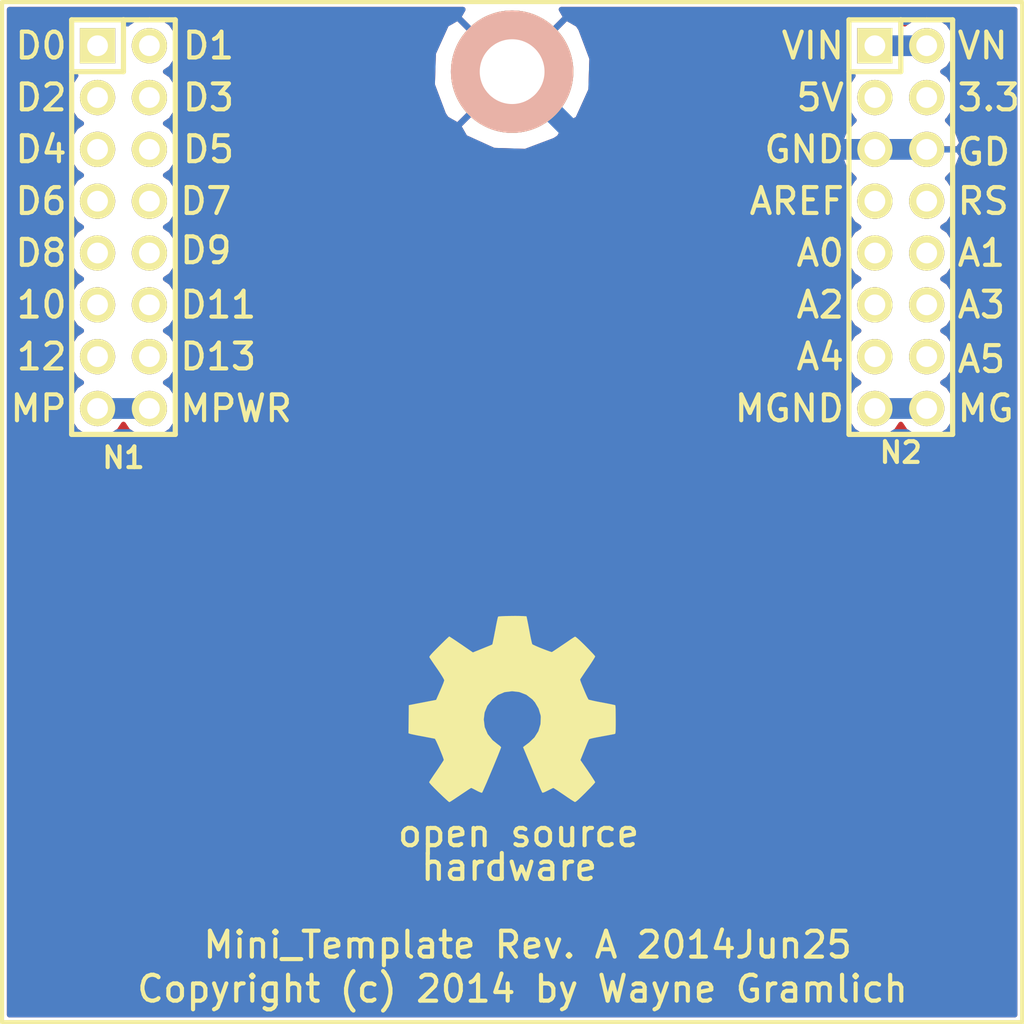
<source format=kicad_pcb>
(kicad_pcb (version 3) (host pcbnew "(2014-jan-25)-product")

  (general
    (links 5)
    (no_connects 0)
    (area 71.847163 103.168398 126.701602 153.371602)
    (thickness 1.6)
    (drawings 40)
    (tracks 6)
    (zones 0)
    (modules 4)
    (nets 29)
  )

  (page A4)
  (layers
    (15 F.Cu signal)
    (0 B.Cu signal)
    (16 B.Adhes user)
    (17 F.Adhes user)
    (18 B.Paste user)
    (19 F.Paste user)
    (20 B.SilkS user)
    (21 F.SilkS user)
    (22 B.Mask user)
    (23 F.Mask user)
    (24 Dwgs.User user)
    (25 Cmts.User user)
    (26 Eco1.User user)
    (27 Eco2.User user)
    (28 Edge.Cuts user)
  )

  (setup
    (last_trace_width 0.254)
    (trace_clearance 0.254)
    (zone_clearance 0.508)
    (zone_45_only no)
    (trace_min 0.254)
    (segment_width 0.2032)
    (edge_width 0.1)
    (via_size 0.889)
    (via_drill 0.635)
    (via_min_size 0.889)
    (via_min_drill 0.508)
    (uvia_size 0.508)
    (uvia_drill 0.127)
    (uvias_allowed no)
    (uvia_min_size 0.508)
    (uvia_min_drill 0.127)
    (pcb_text_width 0.3)
    (pcb_text_size 1.5 1.5)
    (mod_edge_width 0.15)
    (mod_text_size 1 1)
    (mod_text_width 0.15)
    (pad_size 1.5 1.5)
    (pad_drill 0.6)
    (pad_to_mask_clearance 0)
    (aux_axis_origin 0 0)
    (visible_elements 7FFEFFFF)
    (pcbplotparams
      (layerselection 3178497)
      (usegerberextensions true)
      (excludeedgelayer true)
      (linewidth 0.100000)
      (plotframeref false)
      (viasonmask false)
      (mode 1)
      (useauxorigin false)
      (hpglpennumber 1)
      (hpglpenspeed 20)
      (hpglpendiameter 15)
      (hpglpenoverlay 2)
      (psnegative false)
      (psa4output false)
      (plotreference true)
      (plotvalue true)
      (plotinvisibletext false)
      (padsonsilk false)
      (subtractmaskfromsilk false)
      (outputformat 1)
      (mirror false)
      (drillshape 1)
      (scaleselection 1)
      (outputdirectory ""))
  )

  (net 0 "")
  (net 1 /GND)
  (net 2 /MPWR)
  (net 3 /VIN)
  (net 4 /MGND)
  (net 5 /D0)
  (net 6 /D1)
  (net 7 /D2)
  (net 8 /D3)
  (net 9 /D4)
  (net 10 /D5)
  (net 11 /D6)
  (net 12 /D7)
  (net 13 /D8)
  (net 14 /D9)
  (net 15 /D10)
  (net 16 /D11)
  (net 17 /D12)
  (net 18 /D13)
  (net 19 /5V)
  (net 20 /3V3)
  (net 21 /AREF)
  (net 22 /~RESET)
  (net 23 /A0)
  (net 24 /A1)
  (net 25 /A2)
  (net 26 /A3)
  (net 27 /A4)
  (net 28 /A5)

  (net_class Default "This is the default net class."
    (clearance 0.254)
    (trace_width 0.254)
    (via_dia 0.889)
    (via_drill 0.635)
    (uvia_dia 0.508)
    (uvia_drill 0.127)
    (add_net /3V3)
    (add_net /5V)
    (add_net /A0)
    (add_net /A1)
    (add_net /A2)
    (add_net /A3)
    (add_net /A4)
    (add_net /A5)
    (add_net /AREF)
    (add_net /D0)
    (add_net /D1)
    (add_net /D10)
    (add_net /D11)
    (add_net /D12)
    (add_net /D13)
    (add_net /D2)
    (add_net /D3)
    (add_net /D4)
    (add_net /D5)
    (add_net /D6)
    (add_net /D7)
    (add_net /D8)
    (add_net /D9)
    (add_net /~RESET)
  )

  (net_class Power ""
    (clearance 0.254)
    (trace_width 1.016)
    (via_dia 0.889)
    (via_drill 0.635)
    (uvia_dia 0.508)
    (uvia_drill 0.127)
    (add_net /GND)
    (add_net /MGND)
    (add_net /MPWR)
    (add_net /VIN)
  )

  (module Mini_Template_Rev_A:Pin_Header_Straight_2x08 (layer F.Cu) (tedit 53AA3C7C) (tstamp 53A9D392)
    (at 82.55 114.3 270)
    (descr "1 pin")
    (tags "CONN DEV")
    (path /53A9D11F)
    (fp_text reference N1 (at 11.303 0 360) (layer F.SilkS)
      (effects (font (size 1.016 1.016) (thickness 0.2032)))
    )
    (fp_text value MS_DATA_HEADER (at -0.04 3.84 270) (layer F.SilkS) hide
      (effects (font (size 1.016 1.016) (thickness 0.2032)))
    )
    (fp_line (start 10.16 -2.54) (end -10.16 -2.54) (layer F.SilkS) (width 0.254))
    (fp_line (start -7.62 2.54) (end 10.16 2.54) (layer F.SilkS) (width 0.254))
    (fp_line (start 10.16 -2.54) (end 10.16 2.54) (layer F.SilkS) (width 0.254))
    (fp_line (start -10.16 -2.54) (end -10.16 0) (layer F.SilkS) (width 0.254))
    (fp_line (start -10.16 2.54) (end -7.62 2.54) (layer F.SilkS) (width 0.254))
    (fp_line (start -10.16 0) (end -7.62 0) (layer F.SilkS) (width 0.254))
    (fp_line (start -7.62 0) (end -7.62 2.54) (layer F.SilkS) (width 0.254))
    (fp_line (start -10.16 2.54) (end -10.16 0) (layer F.SilkS) (width 0.254))
    (pad 1 thru_hole rect (at -8.89 1.27 270) (size 1.7272 1.7272) (drill 1.016) (layers *.Cu *.Mask F.SilkS)
      (net 5 /D0))
    (pad 2 thru_hole oval (at -8.89 -1.27 270) (size 1.7272 1.7272) (drill 1.016) (layers *.Cu *.Mask F.SilkS)
      (net 6 /D1))
    (pad 3 thru_hole oval (at -6.35 1.27 270) (size 1.7272 1.7272) (drill 1.016) (layers *.Cu *.Mask F.SilkS)
      (net 7 /D2))
    (pad 4 thru_hole oval (at -6.35 -1.27 270) (size 1.7272 1.7272) (drill 1.016) (layers *.Cu *.Mask F.SilkS)
      (net 8 /D3))
    (pad 5 thru_hole oval (at -3.81 1.27 270) (size 1.7272 1.7272) (drill 1.016) (layers *.Cu *.Mask F.SilkS)
      (net 9 /D4))
    (pad 6 thru_hole oval (at -3.81 -1.27 270) (size 1.7272 1.7272) (drill 1.016) (layers *.Cu *.Mask F.SilkS)
      (net 10 /D5))
    (pad 7 thru_hole oval (at -1.27 1.27 270) (size 1.7272 1.7272) (drill 1.016) (layers *.Cu *.Mask F.SilkS)
      (net 11 /D6))
    (pad 8 thru_hole oval (at -1.27 -1.27 270) (size 1.7272 1.7272) (drill 1.016) (layers *.Cu *.Mask F.SilkS)
      (net 12 /D7))
    (pad 9 thru_hole oval (at 1.27 1.27 270) (size 1.7272 1.7272) (drill 1.016) (layers *.Cu *.Mask F.SilkS)
      (net 13 /D8))
    (pad 10 thru_hole oval (at 1.27 -1.27 270) (size 1.7272 1.7272) (drill 1.016) (layers *.Cu *.Mask F.SilkS)
      (net 14 /D9))
    (pad 11 thru_hole oval (at 3.81 1.27 270) (size 1.7272 1.7272) (drill 1.016) (layers *.Cu *.Mask F.SilkS)
      (net 15 /D10))
    (pad 12 thru_hole oval (at 3.81 -1.27 270) (size 1.7272 1.7272) (drill 1.016) (layers *.Cu *.Mask F.SilkS)
      (net 16 /D11))
    (pad 13 thru_hole oval (at 6.35 1.27 270) (size 1.7272 1.7272) (drill 1.016) (layers *.Cu *.Mask F.SilkS)
      (net 17 /D12))
    (pad 14 thru_hole oval (at 6.35 -1.27 270) (size 1.7272 1.7272) (drill 1.016) (layers *.Cu *.Mask F.SilkS)
      (net 18 /D13))
    (pad 15 thru_hole oval (at 8.89 1.27 270) (size 1.7272 1.7272) (drill 1.016) (layers *.Cu *.Mask F.SilkS)
      (net 2 /MPWR))
    (pad 16 thru_hole oval (at 8.89 -1.27 270) (size 1.7272 1.7272) (drill 1.016) (layers *.Cu *.Mask F.SilkS)
      (net 2 /MPWR))
    (model Pin_Headers/Pin_Header_Straight_2x08.wrl
      (at (xyz 0 0 0))
      (scale (xyz 1 1 1))
      (rotate (xyz 0 0 0))
    )
  )

  (module Mini_Template_Rev_A:Pin_Header_Straight_2x08 (layer F.Cu) (tedit 53AA3C72) (tstamp 53A9D3AE)
    (at 120.65 114.3 270)
    (descr "1 pin")
    (tags "CONN DEV")
    (path /53A9D139)
    (fp_text reference N2 (at 11.049 0 360) (layer F.SilkS)
      (effects (font (size 1.016 1.016) (thickness 0.2032)))
    )
    (fp_text value MS_PWR_HEADER (at -0.04 3.84 270) (layer F.SilkS) hide
      (effects (font (size 1.016 1.016) (thickness 0.2032)))
    )
    (fp_line (start 10.16 -2.54) (end -10.16 -2.54) (layer F.SilkS) (width 0.254))
    (fp_line (start -7.62 2.54) (end 10.16 2.54) (layer F.SilkS) (width 0.254))
    (fp_line (start 10.16 -2.54) (end 10.16 2.54) (layer F.SilkS) (width 0.254))
    (fp_line (start -10.16 -2.54) (end -10.16 0) (layer F.SilkS) (width 0.254))
    (fp_line (start -10.16 2.54) (end -7.62 2.54) (layer F.SilkS) (width 0.254))
    (fp_line (start -10.16 0) (end -7.62 0) (layer F.SilkS) (width 0.254))
    (fp_line (start -7.62 0) (end -7.62 2.54) (layer F.SilkS) (width 0.254))
    (fp_line (start -10.16 2.54) (end -10.16 0) (layer F.SilkS) (width 0.254))
    (pad 1 thru_hole rect (at -8.89 1.27 270) (size 1.7272 1.7272) (drill 1.016) (layers *.Cu *.Mask F.SilkS)
      (net 3 /VIN))
    (pad 2 thru_hole oval (at -8.89 -1.27 270) (size 1.7272 1.7272) (drill 1.016) (layers *.Cu *.Mask F.SilkS)
      (net 3 /VIN))
    (pad 3 thru_hole oval (at -6.35 1.27 270) (size 1.7272 1.7272) (drill 1.016) (layers *.Cu *.Mask F.SilkS)
      (net 19 /5V))
    (pad 4 thru_hole oval (at -6.35 -1.27 270) (size 1.7272 1.7272) (drill 1.016) (layers *.Cu *.Mask F.SilkS)
      (net 20 /3V3))
    (pad 5 thru_hole oval (at -3.81 1.27 270) (size 1.7272 1.7272) (drill 1.016) (layers *.Cu *.Mask F.SilkS)
      (net 1 /GND))
    (pad 6 thru_hole oval (at -3.81 -1.27 270) (size 1.7272 1.7272) (drill 1.016) (layers *.Cu *.Mask F.SilkS)
      (net 1 /GND))
    (pad 7 thru_hole oval (at -1.27 1.27 270) (size 1.7272 1.7272) (drill 1.016) (layers *.Cu *.Mask F.SilkS)
      (net 21 /AREF))
    (pad 8 thru_hole oval (at -1.27 -1.27 270) (size 1.7272 1.7272) (drill 1.016) (layers *.Cu *.Mask F.SilkS)
      (net 22 /~RESET))
    (pad 9 thru_hole oval (at 1.27 1.27 270) (size 1.7272 1.7272) (drill 1.016) (layers *.Cu *.Mask F.SilkS)
      (net 23 /A0))
    (pad 10 thru_hole oval (at 1.27 -1.27 270) (size 1.7272 1.7272) (drill 1.016) (layers *.Cu *.Mask F.SilkS)
      (net 24 /A1))
    (pad 11 thru_hole oval (at 3.81 1.27 270) (size 1.7272 1.7272) (drill 1.016) (layers *.Cu *.Mask F.SilkS)
      (net 25 /A2))
    (pad 12 thru_hole oval (at 3.81 -1.27 270) (size 1.7272 1.7272) (drill 1.016) (layers *.Cu *.Mask F.SilkS)
      (net 26 /A3))
    (pad 13 thru_hole oval (at 6.35 1.27 270) (size 1.7272 1.7272) (drill 1.016) (layers *.Cu *.Mask F.SilkS)
      (net 27 /A4))
    (pad 14 thru_hole oval (at 6.35 -1.27 270) (size 1.7272 1.7272) (drill 1.016) (layers *.Cu *.Mask F.SilkS)
      (net 28 /A5))
    (pad 15 thru_hole oval (at 8.89 1.27 270) (size 1.7272 1.7272) (drill 1.016) (layers *.Cu *.Mask F.SilkS)
      (net 4 /MGND))
    (pad 16 thru_hole oval (at 8.89 -1.27 270) (size 1.7272 1.7272) (drill 1.016) (layers *.Cu *.Mask F.SilkS)
      (net 4 /MGND))
    (model Pin_Headers/Pin_Header_Straight_2x08.wrl
      (at (xyz 0 0 0))
      (scale (xyz 1 1 1))
      (rotate (xyz 0 0 0))
    )
  )

  (module Mini_Template_Rev_A:MountingHole_3mm (layer F.Cu) (tedit 53A7A920) (tstamp 53AA3479)
    (at 101.6 106.68)
    (descr "Mounting hole, Befestigungsbohrung, 3mm, No Annular, Kein Restring,")
    (tags "Mounting hole, Befestigungsbohrung, 3mm, No Annular, Kein Restring,")
    (path /53AA33AA)
    (fp_text reference H1 (at 0 0) (layer F.SilkS)
      (effects (font (size 1.016 1.016) (thickness 0.2032)))
    )
    (fp_text value 3MM_HOLE (at 0 4.29) (layer F.SilkS) hide
      (effects (font (size 1.016 1.016) (thickness 0.2032)))
    )
    (fp_circle (center 0 0) (end 3 0) (layer Cmts.User) (width 0.381))
    (pad 1 thru_hole circle (at 0 0) (size 6 6) (drill 3.175) (layers *.Cu *.SilkS)
      (net 1 /GND))
  )

  (module Mini_Template_Rev_A:OSHW_LOGO_400mil (layer F.Cu) (tedit 53AAFEFC) (tstamp 53AAFE3C)
    (at 101.6 137.922)
    (path /53AA4798)
    (fp_text reference G1 (at 2.667 1.143) (layer F.SilkS) hide
      (effects (font (size 0.46228 0.46228) (thickness 0.09144)))
    )
    (fp_text value OSHW_LOGO (at 0 -5.38734) (layer F.SilkS) hide
      (effects (font (size 0.46228 0.46228) (thickness 0.09144)))
    )
    (fp_poly (pts (xy -3.07848 4.56184) (xy -3.02514 4.53644) (xy -2.90576 4.46024) (xy -2.73812 4.34848)
      (xy -2.53746 4.21386) (xy -2.3368 4.07924) (xy -2.16916 3.96748) (xy -2.05486 3.89382)
      (xy -2.0066 3.86588) (xy -1.9812 3.87604) (xy -1.88468 3.92176) (xy -1.74498 3.99542)
      (xy -1.66624 4.03606) (xy -1.5367 4.09194) (xy -1.47574 4.1021) (xy -1.46304 4.08432)
      (xy -1.41732 3.9878) (xy -1.34366 3.82016) (xy -1.24714 3.60172) (xy -1.13792 3.34264)
      (xy -1.02108 3.06578) (xy -0.9017 2.7813) (xy -0.78994 2.50952) (xy -0.69088 2.26822)
      (xy -0.61214 2.0701) (xy -0.5588 1.93294) (xy -0.53848 1.87198) (xy -0.5461 1.86182)
      (xy -0.6096 1.79832) (xy -0.72136 1.7145) (xy -0.96012 1.52146) (xy -1.19888 1.22428)
      (xy -1.34366 0.88646) (xy -1.38938 0.51308) (xy -1.34874 0.16764) (xy -1.21412 -0.1651)
      (xy -0.98044 -0.46482) (xy -0.6985 -0.68834) (xy -0.37084 -0.82804) (xy 0 -0.87376)
      (xy 0.35306 -0.83312) (xy 0.69342 -0.70104) (xy 0.99314 -0.47244) (xy 1.12014 -0.32512)
      (xy 1.2954 -0.02286) (xy 1.39446 0.30226) (xy 1.40462 0.38608) (xy 1.38938 0.74168)
      (xy 1.28524 1.08458) (xy 1.09474 1.38938) (xy 0.83312 1.64084) (xy 0.80264 1.6637)
      (xy 0.68072 1.75514) (xy 0.59944 1.8161) (xy 0.53594 1.86944) (xy 0.9906 2.96164)
      (xy 1.06172 3.1369) (xy 1.18618 3.43408) (xy 1.29794 3.69316) (xy 1.3843 3.8989)
      (xy 1.44526 4.03352) (xy 1.47066 4.0894) (xy 1.47574 4.09194) (xy 1.51384 4.09956)
      (xy 1.59766 4.06908) (xy 1.75006 3.99542) (xy 1.85166 3.94462) (xy 1.9685 3.88874)
      (xy 2.0193 3.86588) (xy 2.06248 3.89128) (xy 2.17678 3.9624) (xy 2.33934 4.07162)
      (xy 2.53492 4.2037) (xy 2.72034 4.3307) (xy 2.89052 4.445) (xy 3.01752 4.52374)
      (xy 3.07594 4.55676) (xy 3.0861 4.55676) (xy 3.13944 4.52628) (xy 3.2385 4.445)
      (xy 3.38836 4.30276) (xy 3.59918 4.09702) (xy 3.62966 4.064) (xy 3.80238 3.88874)
      (xy 3.94462 3.73888) (xy 4.0386 3.63474) (xy 4.07162 3.58648) (xy 4.07162 3.58648)
      (xy 4.04114 3.52806) (xy 3.9624 3.4036) (xy 3.8481 3.22834) (xy 3.71094 3.02514)
      (xy 3.34772 2.49936) (xy 3.54838 2.00406) (xy 3.60934 1.85166) (xy 3.68554 1.66624)
      (xy 3.74396 1.53416) (xy 3.77444 1.47828) (xy 3.82778 1.45796) (xy 3.9624 1.42494)
      (xy 4.16052 1.3843) (xy 4.3942 1.34112) (xy 4.61772 1.30048) (xy 4.82092 1.26238)
      (xy 4.96824 1.23444) (xy 5.03428 1.2192) (xy 5.04952 1.21158) (xy 5.06222 1.17856)
      (xy 5.06984 1.10998) (xy 5.07492 0.98806) (xy 5.07746 0.79502) (xy 5.07746 0.51308)
      (xy 5.07746 0.4826) (xy 5.07492 0.2159) (xy 5.07238 0.00254) (xy 5.06476 -0.13462)
      (xy 5.0546 -0.1905) (xy 5.0546 -0.1905) (xy 4.9911 -0.20574) (xy 4.84886 -0.23622)
      (xy 4.64566 -0.27686) (xy 4.40436 -0.32258) (xy 4.38912 -0.32512) (xy 4.15036 -0.37084)
      (xy 3.94716 -0.41402) (xy 3.80746 -0.44704) (xy 3.7465 -0.46482) (xy 3.73634 -0.4826)
      (xy 3.68554 -0.57404) (xy 3.61696 -0.7239) (xy 3.53822 -0.90678) (xy 3.45948 -1.09474)
      (xy 3.3909 -1.26492) (xy 3.34518 -1.39192) (xy 3.33248 -1.4478) (xy 3.33248 -1.45034)
      (xy 3.37058 -1.50876) (xy 3.45186 -1.63068) (xy 3.5687 -1.80594) (xy 3.7084 -2.00914)
      (xy 3.7211 -2.02438) (xy 3.85826 -2.22758) (xy 3.97002 -2.4003) (xy 4.04368 -2.52222)
      (xy 4.07162 -2.5781) (xy 4.07162 -2.58064) (xy 4.0259 -2.6416) (xy 3.92176 -2.7559)
      (xy 3.77444 -2.91084) (xy 3.59664 -3.09118) (xy 3.54076 -3.14706) (xy 3.34264 -3.3401)
      (xy 3.20548 -3.46456) (xy 3.11912 -3.53314) (xy 3.07848 -3.54838) (xy 3.07848 -3.54584)
      (xy 3.01752 -3.51028) (xy 2.88798 -3.42646) (xy 2.71526 -3.30708) (xy 2.50952 -3.16738)
      (xy 2.49428 -3.15722) (xy 2.29108 -3.02006) (xy 2.1209 -2.90576) (xy 2.00152 -2.82702)
      (xy 1.94818 -2.794) (xy 1.94056 -2.794) (xy 1.85674 -2.8194) (xy 1.71196 -2.8702)
      (xy 1.53416 -2.93878) (xy 1.3462 -3.01244) (xy 1.17602 -3.0861) (xy 1.04902 -3.14452)
      (xy 0.98806 -3.17754) (xy 0.98552 -3.18262) (xy 0.9652 -3.25374) (xy 0.92964 -3.40614)
      (xy 0.88646 -3.61442) (xy 0.84074 -3.86334) (xy 0.83312 -3.90398) (xy 0.7874 -4.14528)
      (xy 0.74676 -4.34594) (xy 0.71882 -4.4831) (xy 0.70612 -4.54152) (xy 0.67056 -4.54914)
      (xy 0.55118 -4.55676) (xy 0.37084 -4.56184) (xy 0.1524 -4.56438) (xy -0.0762 -4.56184)
      (xy -0.30226 -4.5593) (xy -0.49276 -4.55168) (xy -0.62992 -4.54152) (xy -0.68834 -4.53136)
      (xy -0.68834 -4.52628) (xy -0.7112 -4.45262) (xy -0.74422 -4.30022) (xy -0.7874 -4.0894)
      (xy -0.83312 -3.84048) (xy -0.84328 -3.7973) (xy -0.889 -3.556) (xy -0.92964 -3.35788)
      (xy -0.95758 -3.22072) (xy -0.97282 -3.16738) (xy -0.99568 -3.15468) (xy -1.09474 -3.1115)
      (xy -1.2573 -3.04546) (xy -1.45796 -2.96418) (xy -1.92278 -2.77622) (xy -2.49174 -3.16738)
      (xy -2.54508 -3.20294) (xy -2.75082 -3.34264) (xy -2.91846 -3.4544) (xy -3.0353 -3.5306)
      (xy -3.08356 -3.55854) (xy -3.08864 -3.556) (xy -3.14452 -3.5052) (xy -3.25882 -3.39852)
      (xy -3.41122 -3.24866) (xy -3.59156 -3.07086) (xy -3.72364 -2.93878) (xy -3.88112 -2.77876)
      (xy -3.98018 -2.66954) (xy -4.03606 -2.60096) (xy -4.05384 -2.56032) (xy -4.0513 -2.53238)
      (xy -4.0132 -2.47396) (xy -3.92938 -2.34696) (xy -3.81254 -2.17424) (xy -3.67284 -1.97358)
      (xy -3.55854 -1.80594) (xy -3.43408 -1.6129) (xy -3.35534 -1.47574) (xy -3.3274 -1.4097)
      (xy -3.33502 -1.38176) (xy -3.37312 -1.27) (xy -3.4417 -1.10236) (xy -3.52806 -0.9017)
      (xy -3.72618 -0.44958) (xy -4.02082 -0.3937) (xy -4.20116 -0.35814) (xy -4.45008 -0.30988)
      (xy -4.69138 -0.26416) (xy -5.06476 -0.1905) (xy -5.08 1.18618) (xy -5.02158 1.20904)
      (xy -4.9657 1.22428) (xy -4.826 1.25476) (xy -4.62788 1.2954) (xy -4.3942 1.33858)
      (xy -4.19608 1.37668) (xy -3.99542 1.41478) (xy -3.85064 1.44272) (xy -3.78714 1.45542)
      (xy -3.7719 1.47828) (xy -3.7211 1.5748) (xy -3.64998 1.72974) (xy -3.5687 1.91516)
      (xy -3.48996 2.1082) (xy -3.41884 2.286) (xy -3.37058 2.42062) (xy -3.35026 2.49174)
      (xy -3.3782 2.54508) (xy -3.4544 2.66192) (xy -3.56616 2.82956) (xy -3.70078 3.03022)
      (xy -3.83794 3.22834) (xy -3.95224 3.39852) (xy -4.03352 3.52298) (xy -4.06654 3.57886)
      (xy -4.0513 3.61696) (xy -3.97002 3.71348) (xy -3.82016 3.86842) (xy -3.59664 4.0894)
      (xy -3.55854 4.12496) (xy -3.38074 4.29768) (xy -3.23088 4.43484) (xy -3.12674 4.52882)
      (xy -3.07848 4.56184)) (layer F.SilkS) (width 0.00254))
  )

  (gr_text hardware (at 97.028 145.669) (layer F.SilkS)
    (effects (font (size 1.27 1.27) (thickness 0.2032)) (justify left))
  )
  (gr_text "open source" (at 95.885 144.018) (layer F.SilkS)
    (effects (font (size 1.27 1.27) (thickness 0.2032)) (justify left))
  )
  (gr_text "Mini_Template Rev. A 2014Jun25" (at 102.362 149.479) (layer F.SilkS)
    (effects (font (size 1.27 1.27) (thickness 0.2032)))
  )
  (gr_text "Copyright (c) 2014 by Wayne Gramlich" (at 102.108 151.638) (layer F.SilkS)
    (effects (font (size 1.27 1.27) (thickness 0.2032)))
  )
  (gr_text A5 (at 123.317 120.777) (layer F.SilkS)
    (effects (font (size 1.27 1.27) (thickness 0.2032)) (justify left))
  )
  (gr_text A3 (at 123.317 118.11) (layer F.SilkS)
    (effects (font (size 1.27 1.27) (thickness 0.2032)) (justify left))
  )
  (gr_text A1 (at 123.317 115.57) (layer F.SilkS)
    (effects (font (size 1.27 1.27) (thickness 0.2032)) (justify left))
  )
  (gr_text RS (at 123.317 113.03) (layer F.SilkS)
    (effects (font (size 1.27 1.27) (thickness 0.2032)) (justify left))
  )
  (gr_text GD (at 123.317 110.617) (layer F.SilkS)
    (effects (font (size 1.27 1.27) (thickness 0.2032)) (justify left))
  )
  (gr_text 3.3 (at 123.317 107.95) (layer F.SilkS)
    (effects (font (size 1.27 1.27) (thickness 0.2032)) (justify left))
  )
  (gr_text VN (at 123.317 105.41) (layer F.SilkS)
    (effects (font (size 1.27 1.27) (thickness 0.2032)) (justify left))
  )
  (gr_text MG (at 123.317 123.19) (layer F.SilkS)
    (effects (font (size 1.27 1.27) (thickness 0.2032)) (justify left))
  )
  (gr_text MPWR (at 85.217 123.19) (layer F.SilkS) (tstamp 53AA3B6F)
    (effects (font (size 1.27 1.27) (thickness 0.2032)) (justify left))
  )
  (gr_text D13 (at 85.217 120.65) (layer F.SilkS)
    (effects (font (size 1.27 1.27) (thickness 0.2032)) (justify left))
  )
  (gr_text D11 (at 85.217 118.11) (layer F.SilkS)
    (effects (font (size 1.27 1.27) (thickness 0.2032)) (justify left))
  )
  (gr_text D9 (at 85.217 115.443) (layer F.SilkS)
    (effects (font (size 1.27 1.27) (thickness 0.2032)) (justify left))
  )
  (gr_text D7 (at 85.217 113.03) (layer F.SilkS)
    (effects (font (size 1.27 1.27) (thickness 0.2032)) (justify left))
  )
  (gr_text D5 (at 85.344 110.49) (layer F.SilkS)
    (effects (font (size 1.27 1.27) (thickness 0.2032)) (justify left))
  )
  (gr_text D3 (at 85.344 107.95) (layer F.SilkS)
    (effects (font (size 1.27 1.27) (thickness 0.2032)) (justify left))
  )
  (gr_text D1 (at 85.344 105.41) (layer F.SilkS)
    (effects (font (size 1.27 1.27) (thickness 0.2032)) (justify left))
  )
  (gr_text MGND (at 117.983 123.19) (layer F.SilkS)
    (effects (font (size 1.27 1.27) (thickness 0.2032)) (justify right))
  )
  (gr_text A4 (at 117.983 120.65) (layer F.SilkS)
    (effects (font (size 1.27 1.27) (thickness 0.2032)) (justify right))
  )
  (gr_text A2 (at 117.983 118.11) (layer F.SilkS)
    (effects (font (size 1.27 1.27) (thickness 0.2032)) (justify right))
  )
  (gr_text A0 (at 117.983 115.57) (layer F.SilkS)
    (effects (font (size 1.27 1.27) (thickness 0.2032)) (justify right))
  )
  (gr_text AREF (at 117.983 113.03) (layer F.SilkS)
    (effects (font (size 1.27 1.27) (thickness 0.2032)) (justify right))
  )
  (gr_text GND (at 117.983 110.49) (layer F.SilkS)
    (effects (font (size 1.27 1.27) (thickness 0.2032)) (justify right))
  )
  (gr_text 5V (at 117.983 107.95) (layer F.SilkS)
    (effects (font (size 1.27 1.27) (thickness 0.2032)) (justify right))
  )
  (gr_text VIN (at 117.983 105.41) (layer F.SilkS)
    (effects (font (size 1.27 1.27) (thickness 0.2032)) (justify right))
  )
  (gr_text MP (at 79.883 123.19) (layer F.SilkS)
    (effects (font (size 1.27 1.27) (thickness 0.2032)) (justify right))
  )
  (gr_text 12 (at 79.883 120.65) (layer F.SilkS)
    (effects (font (size 1.27 1.27) (thickness 0.2032)) (justify right))
  )
  (gr_text 10 (at 79.883 118.11) (layer F.SilkS)
    (effects (font (size 1.27 1.27) (thickness 0.2032)) (justify right))
  )
  (gr_text D8 (at 79.883 115.57) (layer F.SilkS)
    (effects (font (size 1.27 1.27) (thickness 0.2032)) (justify right))
  )
  (gr_text D6 (at 79.883 113.03) (layer F.SilkS)
    (effects (font (size 1.27 1.27) (thickness 0.2032)) (justify right))
  )
  (gr_text D4 (at 79.883 110.49) (layer F.SilkS)
    (effects (font (size 1.27 1.27) (thickness 0.2032)) (justify right))
  )
  (gr_text D2 (at 79.883 107.95) (layer F.SilkS)
    (effects (font (size 1.27 1.27) (thickness 0.2032)) (justify right))
  )
  (gr_text D0 (at 79.883 105.41) (layer F.SilkS)
    (effects (font (size 1.27 1.27) (thickness 0.2032)) (justify right))
  )
  (gr_line (start 126.600001 103.269999) (end 126.600001 153.270001) (angle 90) (layer F.SilkS) (width 0.2032))
  (gr_line (start 126.600001 153.270001) (end 76.599999 153.270001) (angle 90) (layer F.SilkS) (width 0.2032))
  (gr_line (start 76.599999 103.269999) (end 76.599999 153.270001) (angle 90) (layer F.SilkS) (width 0.2032))
  (gr_line (start 76.599999 103.269999) (end 126.600001 103.269999) (angle 90) (layer F.SilkS) (width 0.2032) (tstamp 53A9D4FB))

  (segment (start 105.41 110.49) (end 101.6 106.68) (width 1.016) (layer B.Cu) (net 1) (tstamp 53AA37A0))
  (segment (start 119.38 110.49) (end 105.41 110.49) (width 1.016) (layer B.Cu) (net 1) (tstamp 53AA379F))
  (segment (start 121.92 110.49) (end 119.38 110.49) (width 1.016) (layer B.Cu) (net 1))
  (segment (start 83.82 123.19) (end 81.28 123.19) (width 1.016) (layer B.Cu) (net 2))
  (segment (start 121.92 105.41) (end 119.38 105.41) (width 1.016) (layer B.Cu) (net 3))
  (segment (start 121.92 123.19) (end 119.38 123.19) (width 1.016) (layer B.Cu) (net 4))

  (zone (net 1) (net_name /GND) (layer B.Cu) (tstamp 53AA37E7) (hatch edge 0.508)
    (connect_pads (clearance 0.508))
    (min_thickness 0.254)
    (fill yes (arc_segments 16) (thermal_gap 0.762) (thermal_bridge_width 0.3048))
    (polygon
      (pts
        (xy 76.835 103.505) (xy 126.365 103.505) (xy 126.365 153.035) (xy 76.835 153.035)
      )
    )
    (filled_polygon
      (pts
        (xy 126.238 152.908) (xy 123.646869 152.908) (xy 123.646869 110.789226) (xy 123.646869 110.190774) (xy 123.40091 109.552707)
        (xy 122.93835 109.066638) (xy 122.97967 109.039029) (xy 123.304526 108.552848) (xy 123.4186 107.979359) (xy 123.4186 107.920641)
        (xy 123.304526 107.347152) (xy 122.97967 106.860971) (xy 122.708827 106.68) (xy 122.97967 106.499029) (xy 123.304526 106.012848)
        (xy 123.4186 105.439359) (xy 123.4186 105.380641) (xy 123.304526 104.807152) (xy 122.97967 104.320971) (xy 122.493489 103.996115)
        (xy 121.92 103.882041) (xy 121.346511 103.996115) (xy 120.941103 104.267) (xy 120.815187 104.267) (xy 120.781927 104.186702)
        (xy 120.603299 104.008073) (xy 120.36991 103.9114) (xy 120.117291 103.9114) (xy 118.390091 103.9114) (xy 118.156702 104.008073)
        (xy 117.978073 104.186701) (xy 117.8814 104.42009) (xy 117.8814 104.672709) (xy 117.8814 106.399909) (xy 117.978073 106.633298)
        (xy 118.156701 106.811927) (xy 118.310526 106.875643) (xy 117.995474 107.347152) (xy 117.8814 107.920641) (xy 117.8814 107.979359)
        (xy 117.995474 108.552848) (xy 118.32033 109.039029) (xy 118.361649 109.066638) (xy 117.89909 109.552707) (xy 117.653131 110.190774)
        (xy 117.849832 110.4646) (xy 119.3546 110.4646) (xy 119.3546 110.4446) (xy 119.4054 110.4446) (xy 119.4054 110.4646)
        (xy 120.389832 110.4646) (xy 120.910168 110.4646) (xy 121.8946 110.4646) (xy 121.8946 110.4446) (xy 121.9454 110.4446)
        (xy 121.9454 110.4646) (xy 123.450168 110.4646) (xy 123.646869 110.190774) (xy 123.646869 110.789226) (xy 123.450168 110.5154)
        (xy 121.9454 110.5154) (xy 121.9454 110.5354) (xy 121.8946 110.5354) (xy 121.8946 110.5154) (xy 120.910168 110.5154)
        (xy 120.389832 110.5154) (xy 119.4054 110.5154) (xy 119.4054 110.5354) (xy 119.3546 110.5354) (xy 119.3546 110.5154)
        (xy 117.849832 110.5154) (xy 117.653131 110.789226) (xy 117.89909 111.427293) (xy 118.361649 111.913361) (xy 118.32033 111.940971)
        (xy 117.995474 112.427152) (xy 117.8814 113.000641) (xy 117.8814 113.059359) (xy 117.995474 113.632848) (xy 118.32033 114.119029)
        (xy 118.591172 114.3) (xy 118.32033 114.480971) (xy 117.995474 114.967152) (xy 117.8814 115.540641) (xy 117.8814 115.599359)
        (xy 117.995474 116.172848) (xy 118.32033 116.659029) (xy 118.591172 116.84) (xy 118.32033 117.020971) (xy 117.995474 117.507152)
        (xy 117.8814 118.080641) (xy 117.8814 118.139359) (xy 117.995474 118.712848) (xy 118.32033 119.199029) (xy 118.591172 119.38)
        (xy 118.32033 119.560971) (xy 117.995474 120.047152) (xy 117.8814 120.620641) (xy 117.8814 120.679359) (xy 117.995474 121.252848)
        (xy 118.32033 121.739029) (xy 118.591172 121.92) (xy 118.32033 122.100971) (xy 117.995474 122.587152) (xy 117.8814 123.160641)
        (xy 117.8814 123.219359) (xy 117.995474 123.792848) (xy 118.32033 124.279029) (xy 118.806511 124.603885) (xy 119.38 124.717959)
        (xy 119.953489 124.603885) (xy 120.358896 124.333) (xy 120.941103 124.333) (xy 121.346511 124.603885) (xy 121.92 124.717959)
        (xy 122.493489 124.603885) (xy 122.97967 124.279029) (xy 123.304526 123.792848) (xy 123.4186 123.219359) (xy 123.4186 123.160641)
        (xy 123.304526 122.587152) (xy 122.97967 122.100971) (xy 122.708827 121.92) (xy 122.97967 121.739029) (xy 123.304526 121.252848)
        (xy 123.4186 120.679359) (xy 123.4186 120.620641) (xy 123.304526 120.047152) (xy 122.97967 119.560971) (xy 122.708827 119.38)
        (xy 122.97967 119.199029) (xy 123.304526 118.712848) (xy 123.4186 118.139359) (xy 123.4186 118.080641) (xy 123.304526 117.507152)
        (xy 122.97967 117.020971) (xy 122.708827 116.84) (xy 122.97967 116.659029) (xy 123.304526 116.172848) (xy 123.4186 115.599359)
        (xy 123.4186 115.540641) (xy 123.304526 114.967152) (xy 122.97967 114.480971) (xy 122.708827 114.3) (xy 122.97967 114.119029)
        (xy 123.304526 113.632848) (xy 123.4186 113.059359) (xy 123.4186 113.000641) (xy 123.304526 112.427152) (xy 122.97967 111.940971)
        (xy 122.93835 111.913361) (xy 123.40091 111.427293) (xy 123.646869 110.789226) (xy 123.646869 152.908) (xy 105.512318 152.908)
        (xy 105.512318 106.034633) (xy 104.967539 104.586579) (xy 104.82277 104.369917) (xy 104.264558 104.051363) (xy 101.635921 106.68)
        (xy 104.264558 109.308637) (xy 104.82277 108.990083) (xy 105.461482 107.580937) (xy 105.512318 106.034633) (xy 105.512318 152.908)
        (xy 104.228637 152.908) (xy 104.228637 109.344558) (xy 101.6 106.715921) (xy 101.564079 106.751842) (xy 101.564079 106.68)
        (xy 98.935442 104.051363) (xy 98.37723 104.369917) (xy 97.738518 105.779063) (xy 97.687682 107.325367) (xy 98.232461 108.773421)
        (xy 98.37723 108.990083) (xy 98.935442 109.308637) (xy 101.564079 106.68) (xy 101.564079 106.751842) (xy 98.971363 109.344558)
        (xy 99.289917 109.90277) (xy 100.699063 110.541482) (xy 102.245367 110.592318) (xy 103.693421 110.047539) (xy 103.910083 109.90277)
        (xy 104.228637 109.344558) (xy 104.228637 152.908) (xy 85.3186 152.908) (xy 85.3186 123.219359) (xy 85.3186 123.160641)
        (xy 85.204526 122.587152) (xy 84.87967 122.100971) (xy 84.608827 121.92) (xy 84.87967 121.739029) (xy 85.204526 121.252848)
        (xy 85.3186 120.679359) (xy 85.3186 120.620641) (xy 85.204526 120.047152) (xy 84.87967 119.560971) (xy 84.608827 119.38)
        (xy 84.87967 119.199029) (xy 85.204526 118.712848) (xy 85.3186 118.139359) (xy 85.3186 118.080641) (xy 85.204526 117.507152)
        (xy 84.87967 117.020971) (xy 84.608827 116.84) (xy 84.87967 116.659029) (xy 85.204526 116.172848) (xy 85.3186 115.599359)
        (xy 85.3186 115.540641) (xy 85.204526 114.967152) (xy 84.87967 114.480971) (xy 84.608827 114.3) (xy 84.87967 114.119029)
        (xy 85.204526 113.632848) (xy 85.3186 113.059359) (xy 85.3186 113.000641) (xy 85.204526 112.427152) (xy 84.87967 111.940971)
        (xy 84.608827 111.76) (xy 84.87967 111.579029) (xy 85.204526 111.092848) (xy 85.3186 110.519359) (xy 85.3186 110.460641)
        (xy 85.204526 109.887152) (xy 84.87967 109.400971) (xy 84.608827 109.22) (xy 84.87967 109.039029) (xy 85.204526 108.552848)
        (xy 85.3186 107.979359) (xy 85.3186 107.920641) (xy 85.204526 107.347152) (xy 84.87967 106.860971) (xy 84.608827 106.68)
        (xy 84.87967 106.499029) (xy 85.204526 106.012848) (xy 85.3186 105.439359) (xy 85.3186 105.380641) (xy 85.204526 104.807152)
        (xy 84.87967 104.320971) (xy 84.393489 103.996115) (xy 83.82 103.882041) (xy 83.246511 103.996115) (xy 82.76033 104.320971)
        (xy 82.746263 104.342023) (xy 82.681927 104.186702) (xy 82.503299 104.008073) (xy 82.26991 103.9114) (xy 82.017291 103.9114)
        (xy 80.290091 103.9114) (xy 80.056702 104.008073) (xy 79.878073 104.186701) (xy 79.7814 104.42009) (xy 79.7814 104.672709)
        (xy 79.7814 106.399909) (xy 79.878073 106.633298) (xy 80.056701 106.811927) (xy 80.210526 106.875643) (xy 79.895474 107.347152)
        (xy 79.7814 107.920641) (xy 79.7814 107.979359) (xy 79.895474 108.552848) (xy 80.22033 109.039029) (xy 80.491172 109.22)
        (xy 80.22033 109.400971) (xy 79.895474 109.887152) (xy 79.7814 110.460641) (xy 79.7814 110.519359) (xy 79.895474 111.092848)
        (xy 80.22033 111.579029) (xy 80.491172 111.76) (xy 80.22033 111.940971) (xy 79.895474 112.427152) (xy 79.7814 113.000641)
        (xy 79.7814 113.059359) (xy 79.895474 113.632848) (xy 80.22033 114.119029) (xy 80.491172 114.3) (xy 80.22033 114.480971)
        (xy 79.895474 114.967152) (xy 79.7814 115.540641) (xy 79.7814 115.599359) (xy 79.895474 116.172848) (xy 80.22033 116.659029)
        (xy 80.491172 116.84) (xy 80.22033 117.020971) (xy 79.895474 117.507152) (xy 79.7814 118.080641) (xy 79.7814 118.139359)
        (xy 79.895474 118.712848) (xy 80.22033 119.199029) (xy 80.491172 119.38) (xy 80.22033 119.560971) (xy 79.895474 120.047152)
        (xy 79.7814 120.620641) (xy 79.7814 120.679359) (xy 79.895474 121.252848) (xy 80.22033 121.739029) (xy 80.491172 121.92)
        (xy 80.22033 122.100971) (xy 79.895474 122.587152) (xy 79.7814 123.160641) (xy 79.7814 123.219359) (xy 79.895474 123.792848)
        (xy 80.22033 124.279029) (xy 80.706511 124.603885) (xy 81.28 124.717959) (xy 81.853489 124.603885) (xy 82.258896 124.333)
        (xy 82.841103 124.333) (xy 83.246511 124.603885) (xy 83.82 124.717959) (xy 84.393489 124.603885) (xy 84.87967 124.279029)
        (xy 85.204526 123.792848) (xy 85.3186 123.219359) (xy 85.3186 152.908) (xy 76.962 152.908) (xy 76.962 103.632)
        (xy 99.190181 103.632) (xy 98.971363 104.015442) (xy 101.6 106.644079) (xy 104.228637 104.015442) (xy 104.009818 103.632)
        (xy 126.238 103.632) (xy 126.238 152.908)
      )
    )
  )
  (zone (net 1) (net_name /GND) (layer F.Cu) (tstamp 53AA3807) (hatch edge 0.508)
    (connect_pads (clearance 0.508))
    (min_thickness 0.254)
    (fill yes (arc_segments 16) (thermal_gap 0.762) (thermal_bridge_width 0.3048))
    (polygon
      (pts
        (xy 76.835 153.035) (xy 76.835 103.505) (xy 126.365 103.505) (xy 126.365 153.035)
      )
    )
    (filled_polygon
      (pts
        (xy 126.238 152.908) (xy 123.646869 152.908) (xy 123.646869 110.789226) (xy 123.646869 110.190774) (xy 123.40091 109.552707)
        (xy 122.93835 109.066638) (xy 122.97967 109.039029) (xy 123.304526 108.552848) (xy 123.4186 107.979359) (xy 123.4186 107.920641)
        (xy 123.304526 107.347152) (xy 122.97967 106.860971) (xy 122.708827 106.68) (xy 122.97967 106.499029) (xy 123.304526 106.012848)
        (xy 123.4186 105.439359) (xy 123.4186 105.380641) (xy 123.304526 104.807152) (xy 122.97967 104.320971) (xy 122.493489 103.996115)
        (xy 121.92 103.882041) (xy 121.346511 103.996115) (xy 120.86033 104.320971) (xy 120.846263 104.342023) (xy 120.781927 104.186702)
        (xy 120.603299 104.008073) (xy 120.36991 103.9114) (xy 120.117291 103.9114) (xy 118.390091 103.9114) (xy 118.156702 104.008073)
        (xy 117.978073 104.186701) (xy 117.8814 104.42009) (xy 117.8814 104.672709) (xy 117.8814 106.399909) (xy 117.978073 106.633298)
        (xy 118.156701 106.811927) (xy 118.310526 106.875643) (xy 117.995474 107.347152) (xy 117.8814 107.920641) (xy 117.8814 107.979359)
        (xy 117.995474 108.552848) (xy 118.32033 109.039029) (xy 118.361649 109.066638) (xy 117.89909 109.552707) (xy 117.653131 110.190774)
        (xy 117.849832 110.4646) (xy 119.3546 110.4646) (xy 119.3546 110.4446) (xy 119.4054 110.4446) (xy 119.4054 110.4646)
        (xy 120.389832 110.4646) (xy 120.910168 110.4646) (xy 121.8946 110.4646) (xy 121.8946 110.4446) (xy 121.9454 110.4446)
        (xy 121.9454 110.4646) (xy 123.450168 110.4646) (xy 123.646869 110.190774) (xy 123.646869 110.789226) (xy 123.450168 110.5154)
        (xy 121.9454 110.5154) (xy 121.9454 110.5354) (xy 121.8946 110.5354) (xy 121.8946 110.5154) (xy 120.910168 110.5154)
        (xy 120.389832 110.5154) (xy 119.4054 110.5154) (xy 119.4054 110.5354) (xy 119.3546 110.5354) (xy 119.3546 110.5154)
        (xy 117.849832 110.5154) (xy 117.653131 110.789226) (xy 117.89909 111.427293) (xy 118.361649 111.913361) (xy 118.32033 111.940971)
        (xy 117.995474 112.427152) (xy 117.8814 113.000641) (xy 117.8814 113.059359) (xy 117.995474 113.632848) (xy 118.32033 114.119029)
        (xy 118.591172 114.3) (xy 118.32033 114.480971) (xy 117.995474 114.967152) (xy 117.8814 115.540641) (xy 117.8814 115.599359)
        (xy 117.995474 116.172848) (xy 118.32033 116.659029) (xy 118.591172 116.84) (xy 118.32033 117.020971) (xy 117.995474 117.507152)
        (xy 117.8814 118.080641) (xy 117.8814 118.139359) (xy 117.995474 118.712848) (xy 118.32033 119.199029) (xy 118.591172 119.38)
        (xy 118.32033 119.560971) (xy 117.995474 120.047152) (xy 117.8814 120.620641) (xy 117.8814 120.679359) (xy 117.995474 121.252848)
        (xy 118.32033 121.739029) (xy 118.591172 121.92) (xy 118.32033 122.100971) (xy 117.995474 122.587152) (xy 117.8814 123.160641)
        (xy 117.8814 123.219359) (xy 117.995474 123.792848) (xy 118.32033 124.279029) (xy 118.806511 124.603885) (xy 119.38 124.717959)
        (xy 119.953489 124.603885) (xy 120.43967 124.279029) (xy 120.65 123.964248) (xy 120.86033 124.279029) (xy 121.346511 124.603885)
        (xy 121.92 124.717959) (xy 122.493489 124.603885) (xy 122.97967 124.279029) (xy 123.304526 123.792848) (xy 123.4186 123.219359)
        (xy 123.4186 123.160641) (xy 123.304526 122.587152) (xy 122.97967 122.100971) (xy 122.708827 121.92) (xy 122.97967 121.739029)
        (xy 123.304526 121.252848) (xy 123.4186 120.679359) (xy 123.4186 120.620641) (xy 123.304526 120.047152) (xy 122.97967 119.560971)
        (xy 122.708827 119.38) (xy 122.97967 119.199029) (xy 123.304526 118.712848) (xy 123.4186 118.139359) (xy 123.4186 118.080641)
        (xy 123.304526 117.507152) (xy 122.97967 117.020971) (xy 122.708827 116.84) (xy 122.97967 116.659029) (xy 123.304526 116.172848)
        (xy 123.4186 115.599359) (xy 123.4186 115.540641) (xy 123.304526 114.967152) (xy 122.97967 114.480971) (xy 122.708827 114.3)
        (xy 122.97967 114.119029) (xy 123.304526 113.632848) (xy 123.4186 113.059359) (xy 123.4186 113.000641) (xy 123.304526 112.427152)
        (xy 122.97967 111.940971) (xy 122.93835 111.913361) (xy 123.40091 111.427293) (xy 123.646869 110.789226) (xy 123.646869 152.908)
        (xy 105.512318 152.908) (xy 105.512318 106.034633) (xy 104.967539 104.586579) (xy 104.82277 104.369917) (xy 104.264558 104.051363)
        (xy 101.635921 106.68) (xy 104.264558 109.308637) (xy 104.82277 108.990083) (xy 105.461482 107.580937) (xy 105.512318 106.034633)
        (xy 105.512318 152.908) (xy 104.228637 152.908) (xy 104.228637 109.344558) (xy 101.6 106.715921) (xy 101.564079 106.751842)
        (xy 101.564079 106.68) (xy 98.935442 104.051363) (xy 98.37723 104.369917) (xy 97.738518 105.779063) (xy 97.687682 107.325367)
        (xy 98.232461 108.773421) (xy 98.37723 108.990083) (xy 98.935442 109.308637) (xy 101.564079 106.68) (xy 101.564079 106.751842)
        (xy 98.971363 109.344558) (xy 99.289917 109.90277) (xy 100.699063 110.541482) (xy 102.245367 110.592318) (xy 103.693421 110.047539)
        (xy 103.910083 109.90277) (xy 104.228637 109.344558) (xy 104.228637 152.908) (xy 85.3186 152.908) (xy 85.3186 123.219359)
        (xy 85.3186 123.160641) (xy 85.204526 122.587152) (xy 84.87967 122.100971) (xy 84.608827 121.92) (xy 84.87967 121.739029)
        (xy 85.204526 121.252848) (xy 85.3186 120.679359) (xy 85.3186 120.620641) (xy 85.204526 120.047152) (xy 84.87967 119.560971)
        (xy 84.608827 119.38) (xy 84.87967 119.199029) (xy 85.204526 118.712848) (xy 85.3186 118.139359) (xy 85.3186 118.080641)
        (xy 85.204526 117.507152) (xy 84.87967 117.020971) (xy 84.608827 116.84) (xy 84.87967 116.659029) (xy 85.204526 116.172848)
        (xy 85.3186 115.599359) (xy 85.3186 115.540641) (xy 85.204526 114.967152) (xy 84.87967 114.480971) (xy 84.608827 114.3)
        (xy 84.87967 114.119029) (xy 85.204526 113.632848) (xy 85.3186 113.059359) (xy 85.3186 113.000641) (xy 85.204526 112.427152)
        (xy 84.87967 111.940971) (xy 84.608827 111.76) (xy 84.87967 111.579029) (xy 85.204526 111.092848) (xy 85.3186 110.519359)
        (xy 85.3186 110.460641) (xy 85.204526 109.887152) (xy 84.87967 109.400971) (xy 84.608827 109.22) (xy 84.87967 109.039029)
        (xy 85.204526 108.552848) (xy 85.3186 107.979359) (xy 85.3186 107.920641) (xy 85.204526 107.347152) (xy 84.87967 106.860971)
        (xy 84.608827 106.68) (xy 84.87967 106.499029) (xy 85.204526 106.012848) (xy 85.3186 105.439359) (xy 85.3186 105.380641)
        (xy 85.204526 104.807152) (xy 84.87967 104.320971) (xy 84.393489 103.996115) (xy 83.82 103.882041) (xy 83.246511 103.996115)
        (xy 82.76033 104.320971) (xy 82.746263 104.342023) (xy 82.681927 104.186702) (xy 82.503299 104.008073) (xy 82.26991 103.9114)
        (xy 82.017291 103.9114) (xy 80.290091 103.9114) (xy 80.056702 104.008073) (xy 79.878073 104.186701) (xy 79.7814 104.42009)
        (xy 79.7814 104.672709) (xy 79.7814 106.399909) (xy 79.878073 106.633298) (xy 80.056701 106.811927) (xy 80.210526 106.875643)
        (xy 79.895474 107.347152) (xy 79.7814 107.920641) (xy 79.7814 107.979359) (xy 79.895474 108.552848) (xy 80.22033 109.039029)
        (xy 80.491172 109.22) (xy 80.22033 109.400971) (xy 79.895474 109.887152) (xy 79.7814 110.460641) (xy 79.7814 110.519359)
        (xy 79.895474 111.092848) (xy 80.22033 111.579029) (xy 80.491172 111.76) (xy 80.22033 111.940971) (xy 79.895474 112.427152)
        (xy 79.7814 113.000641) (xy 79.7814 113.059359) (xy 79.895474 113.632848) (xy 80.22033 114.119029) (xy 80.491172 114.3)
        (xy 80.22033 114.480971) (xy 79.895474 114.967152) (xy 79.7814 115.540641) (xy 79.7814 115.599359) (xy 79.895474 116.172848)
        (xy 80.22033 116.659029) (xy 80.491172 116.84) (xy 80.22033 117.020971) (xy 79.895474 117.507152) (xy 79.7814 118.080641)
        (xy 79.7814 118.139359) (xy 79.895474 118.712848) (xy 80.22033 119.199029) (xy 80.491172 119.38) (xy 80.22033 119.560971)
        (xy 79.895474 120.047152) (xy 79.7814 120.620641) (xy 79.7814 120.679359) (xy 79.895474 121.252848) (xy 80.22033 121.739029)
        (xy 80.491172 121.92) (xy 80.22033 122.100971) (xy 79.895474 122.587152) (xy 79.7814 123.160641) (xy 79.7814 123.219359)
        (xy 79.895474 123.792848) (xy 80.22033 124.279029) (xy 80.706511 124.603885) (xy 81.28 124.717959) (xy 81.853489 124.603885)
        (xy 82.33967 124.279029) (xy 82.55 123.964248) (xy 82.76033 124.279029) (xy 83.246511 124.603885) (xy 83.82 124.717959)
        (xy 84.393489 124.603885) (xy 84.87967 124.279029) (xy 85.204526 123.792848) (xy 85.3186 123.219359) (xy 85.3186 152.908)
        (xy 76.962 152.908) (xy 76.962 103.632) (xy 99.190181 103.632) (xy 98.971363 104.015442) (xy 101.6 106.644079)
        (xy 104.228637 104.015442) (xy 104.009818 103.632) (xy 126.238 103.632) (xy 126.238 152.908)
      )
    )
  )
)

</source>
